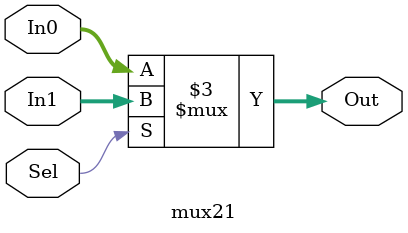
<source format=sv>
module mux21 
(
input [3:0] In0,
input [3:0] In1,
input		  Sel,
output [3:0] Out
);
					 
always @ (In0 or In1 or Sel)
	begin	
		case (Sel)
			1'b0     : Out = In0;
			default	: Out = In1;
		endcase
	end
endmodule

</source>
